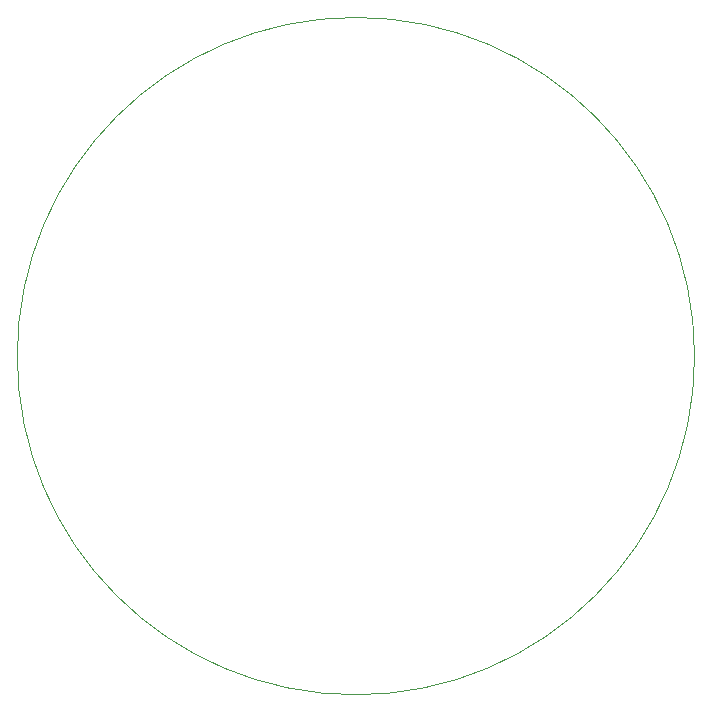
<source format=gbr>
%TF.GenerationSoftware,KiCad,Pcbnew,9.0.7-9.0.7~ubuntu22.04.1*%
%TF.CreationDate,2026-01-21T12:36:39+05:30*%
%TF.ProjectId,HV_POWER_SUPPLY_NEWSHAPE,48565f50-4f57-4455-925f-535550504c59,V1.0*%
%TF.SameCoordinates,Original*%
%TF.FileFunction,Profile,NP*%
%FSLAX46Y46*%
G04 Gerber Fmt 4.6, Leading zero omitted, Abs format (unit mm)*
G04 Created by KiCad (PCBNEW 9.0.7-9.0.7~ubuntu22.04.1) date 2026-01-21 12:36:39*
%MOMM*%
%LPD*%
G01*
G04 APERTURE LIST*
%TA.AperFunction,Profile*%
%ADD10C,0.050000*%
%TD*%
G04 APERTURE END LIST*
D10*
X204632637Y-101610000D02*
G75*
G02*
X147287363Y-101610000I-28672637J0D01*
G01*
X147287363Y-101610000D02*
G75*
G02*
X204632637Y-101610000I28672637J0D01*
G01*
M02*

</source>
